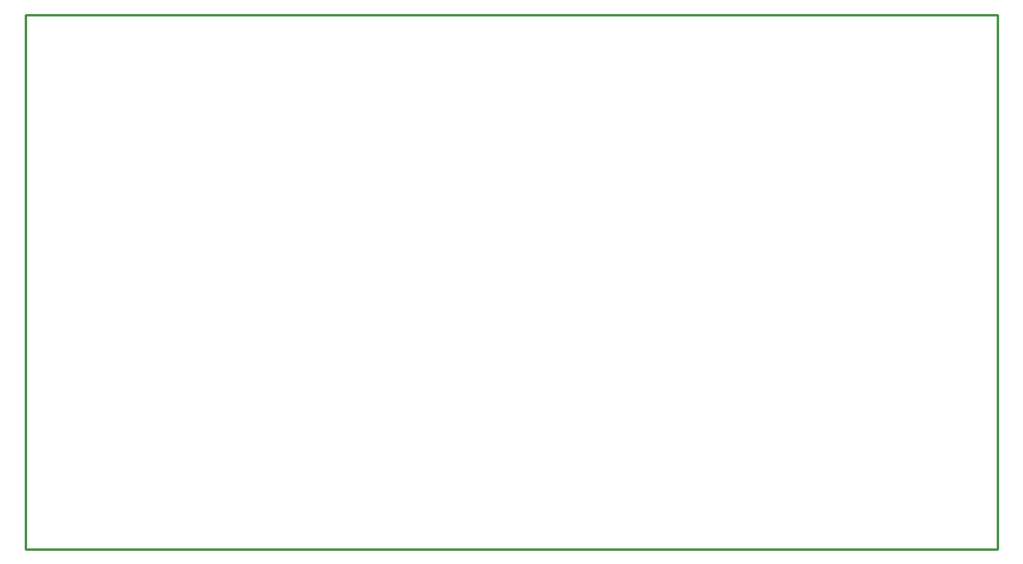
<source format=gko>
G04*
G04 #@! TF.GenerationSoftware,Altium Limited,Altium Designer,19.0.10 (269)*
G04*
G04 Layer_Color=16711935*
%FSLAX25Y25*%
%MOIN*%
G70*
G01*
G75*
%ADD15C,0.01000*%
D15*
X0Y0D02*
Y216535D01*
Y0D02*
X393701D01*
X393701Y216535D02*
X393701Y0D01*
X0Y216535D02*
X393701D01*
M02*

</source>
